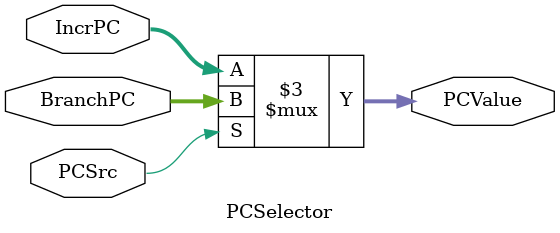
<source format=v>
module PCSelector(PCSrc, BranchPC, IncrPC, PCValue);
	input [63:0] BranchPC, IncrPC;
	input PCSrc;
	output reg[63:0] PCValue;
	
	always @(PCSrc, BranchPC, IncrPC) begin
		if(PCSrc) begin PCValue <= BranchPC; end
		else begin PCValue <= IncrPC; end
	end
endmodule
</source>
